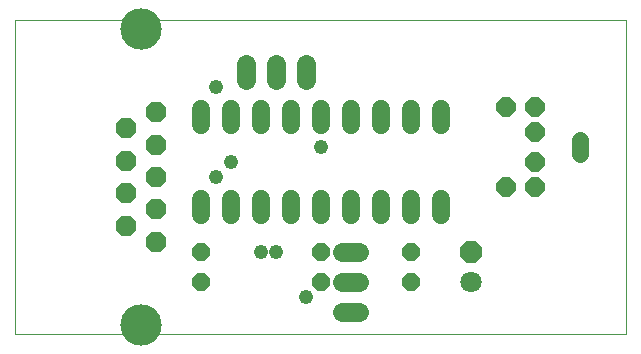
<source format=gbs>
G75*
%MOIN*%
%OFA0B0*%
%FSLAX24Y24*%
%IPPOS*%
%LPD*%
%AMOC8*
5,1,8,0,0,1.08239X$1,22.5*
%
%ADD10C,0.0000*%
%ADD11C,0.0600*%
%ADD12OC8,0.0600*%
%ADD13OC8,0.0710*%
%ADD14C,0.0710*%
%ADD15OC8,0.0634*%
%ADD16C,0.0556*%
%ADD17OC8,0.0680*%
%ADD18C,0.1380*%
%ADD19C,0.0640*%
%ADD20C,0.0480*%
D10*
X002995Y001085D02*
X002995Y011581D01*
X023365Y011581D01*
X023365Y001085D01*
X002995Y001085D01*
X006530Y001403D02*
X006532Y001453D01*
X006538Y001503D01*
X006548Y001553D01*
X006561Y001601D01*
X006578Y001649D01*
X006599Y001695D01*
X006623Y001739D01*
X006651Y001781D01*
X006682Y001821D01*
X006716Y001858D01*
X006753Y001893D01*
X006792Y001924D01*
X006833Y001953D01*
X006877Y001978D01*
X006923Y002000D01*
X006970Y002018D01*
X007018Y002032D01*
X007067Y002043D01*
X007117Y002050D01*
X007167Y002053D01*
X007218Y002052D01*
X007268Y002047D01*
X007318Y002038D01*
X007366Y002026D01*
X007414Y002009D01*
X007460Y001989D01*
X007505Y001966D01*
X007548Y001939D01*
X007588Y001909D01*
X007626Y001876D01*
X007661Y001840D01*
X007694Y001801D01*
X007723Y001760D01*
X007749Y001717D01*
X007772Y001672D01*
X007791Y001625D01*
X007806Y001577D01*
X007818Y001528D01*
X007826Y001478D01*
X007830Y001428D01*
X007830Y001378D01*
X007826Y001328D01*
X007818Y001278D01*
X007806Y001229D01*
X007791Y001181D01*
X007772Y001134D01*
X007749Y001089D01*
X007723Y001046D01*
X007694Y001005D01*
X007661Y000966D01*
X007626Y000930D01*
X007588Y000897D01*
X007548Y000867D01*
X007505Y000840D01*
X007460Y000817D01*
X007414Y000797D01*
X007366Y000780D01*
X007318Y000768D01*
X007268Y000759D01*
X007218Y000754D01*
X007167Y000753D01*
X007117Y000756D01*
X007067Y000763D01*
X007018Y000774D01*
X006970Y000788D01*
X006923Y000806D01*
X006877Y000828D01*
X006833Y000853D01*
X006792Y000882D01*
X006753Y000913D01*
X006716Y000948D01*
X006682Y000985D01*
X006651Y001025D01*
X006623Y001067D01*
X006599Y001111D01*
X006578Y001157D01*
X006561Y001205D01*
X006548Y001253D01*
X006538Y001303D01*
X006532Y001353D01*
X006530Y001403D01*
X006530Y011263D02*
X006532Y011313D01*
X006538Y011363D01*
X006548Y011413D01*
X006561Y011461D01*
X006578Y011509D01*
X006599Y011555D01*
X006623Y011599D01*
X006651Y011641D01*
X006682Y011681D01*
X006716Y011718D01*
X006753Y011753D01*
X006792Y011784D01*
X006833Y011813D01*
X006877Y011838D01*
X006923Y011860D01*
X006970Y011878D01*
X007018Y011892D01*
X007067Y011903D01*
X007117Y011910D01*
X007167Y011913D01*
X007218Y011912D01*
X007268Y011907D01*
X007318Y011898D01*
X007366Y011886D01*
X007414Y011869D01*
X007460Y011849D01*
X007505Y011826D01*
X007548Y011799D01*
X007588Y011769D01*
X007626Y011736D01*
X007661Y011700D01*
X007694Y011661D01*
X007723Y011620D01*
X007749Y011577D01*
X007772Y011532D01*
X007791Y011485D01*
X007806Y011437D01*
X007818Y011388D01*
X007826Y011338D01*
X007830Y011288D01*
X007830Y011238D01*
X007826Y011188D01*
X007818Y011138D01*
X007806Y011089D01*
X007791Y011041D01*
X007772Y010994D01*
X007749Y010949D01*
X007723Y010906D01*
X007694Y010865D01*
X007661Y010826D01*
X007626Y010790D01*
X007588Y010757D01*
X007548Y010727D01*
X007505Y010700D01*
X007460Y010677D01*
X007414Y010657D01*
X007366Y010640D01*
X007318Y010628D01*
X007268Y010619D01*
X007218Y010614D01*
X007167Y010613D01*
X007117Y010616D01*
X007067Y010623D01*
X007018Y010634D01*
X006970Y010648D01*
X006923Y010666D01*
X006877Y010688D01*
X006833Y010713D01*
X006792Y010742D01*
X006753Y010773D01*
X006716Y010808D01*
X006682Y010845D01*
X006651Y010885D01*
X006623Y010927D01*
X006599Y010971D01*
X006578Y011017D01*
X006561Y011065D01*
X006548Y011113D01*
X006538Y011163D01*
X006532Y011213D01*
X006530Y011263D01*
D11*
X009180Y008593D02*
X009180Y008073D01*
X010180Y008073D02*
X010180Y008593D01*
X011180Y008593D02*
X011180Y008073D01*
X012180Y008073D02*
X012180Y008593D01*
X013180Y008593D02*
X013180Y008073D01*
X014180Y008073D02*
X014180Y008593D01*
X015180Y008593D02*
X015180Y008073D01*
X016180Y008073D02*
X016180Y008593D01*
X017180Y008593D02*
X017180Y008073D01*
X017180Y005593D02*
X017180Y005073D01*
X016180Y005073D02*
X016180Y005593D01*
X015180Y005593D02*
X015180Y005073D01*
X014180Y005073D02*
X014180Y005593D01*
X013180Y005593D02*
X013180Y005073D01*
X012180Y005073D02*
X012180Y005593D01*
X011180Y005593D02*
X011180Y005073D01*
X010180Y005073D02*
X010180Y005593D01*
X009180Y005593D02*
X009180Y005073D01*
D12*
X009180Y003833D03*
X009180Y002833D03*
X013180Y002833D03*
X013180Y003833D03*
X016180Y003833D03*
X016180Y002833D03*
D13*
X018180Y003833D03*
D14*
X018180Y002833D03*
D15*
X019349Y005995D03*
X020334Y005995D03*
X020334Y006822D03*
X020334Y007845D03*
X020334Y008672D03*
X019349Y008672D03*
D16*
X021830Y007571D02*
X021830Y007096D01*
D17*
X007680Y007413D03*
X006680Y007953D03*
X007680Y008493D03*
X006680Y006873D03*
X007680Y006333D03*
X006680Y005793D03*
X007680Y005253D03*
X006680Y004713D03*
X007680Y004173D03*
D18*
X007180Y001403D03*
X007180Y011263D03*
D19*
X010680Y010113D02*
X010680Y009553D01*
X011680Y009553D02*
X011680Y010113D01*
X012680Y010113D02*
X012680Y009553D01*
X013900Y003833D02*
X014460Y003833D01*
X014460Y002833D02*
X013900Y002833D01*
X013900Y001833D02*
X014460Y001833D01*
D20*
X012680Y002333D03*
X011680Y003833D03*
X011180Y003833D03*
X009680Y006333D03*
X010180Y006833D03*
X013180Y007333D03*
X009680Y009333D03*
M02*

</source>
